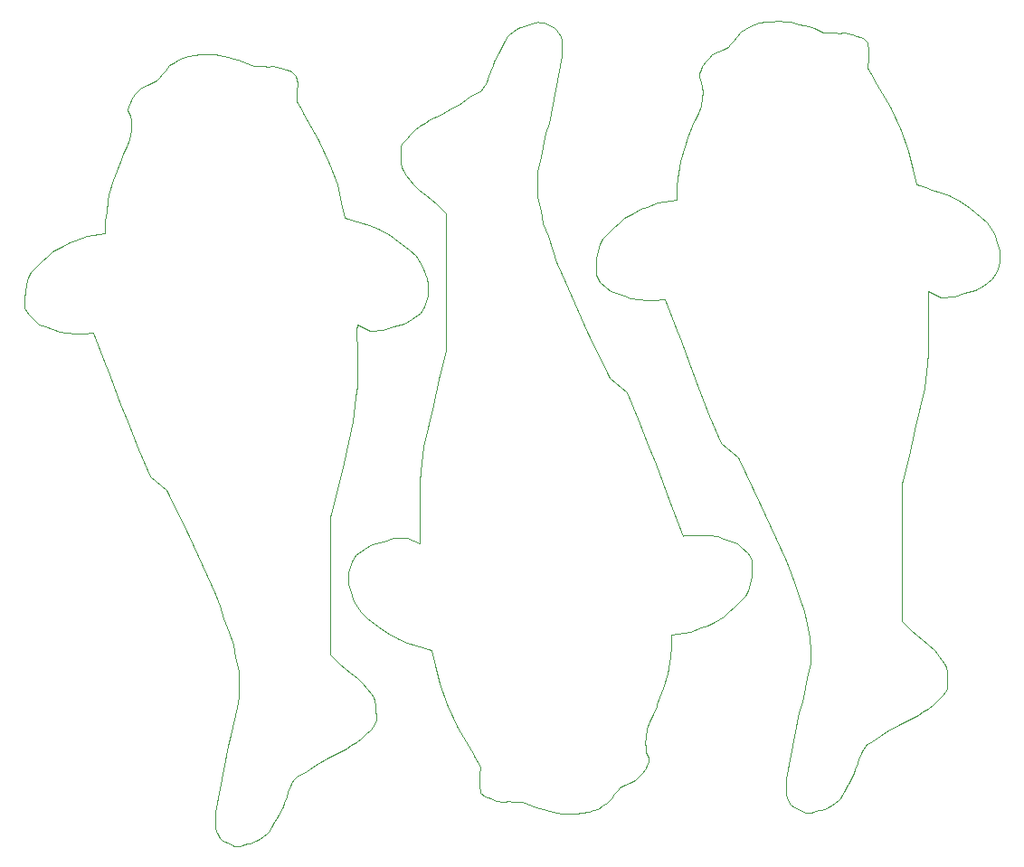
<source format=gbr>
%TF.GenerationSoftware,KiCad,Pcbnew,(5.0.2-5)-5*%
%TF.CreationDate,2022-10-07T21:03:46+07:00*%
%TF.ProjectId,gosanke,676f7361-6e6b-4652-9e6b-696361645f70,rev?*%
%TF.SameCoordinates,Original*%
%TF.FileFunction,Profile,NP*%
%FSLAX46Y46*%
G04 Gerber Fmt 4.6, Leading zero omitted, Abs format (unit mm)*
G04 Created by KiCad (PCBNEW (5.0.2-5)-5) date 2022 October 07, Friday 21:03:46*
%MOMM*%
%LPD*%
G01*
G04 APERTURE LIST*
%ADD10C,0.050000*%
G04 APERTURE END LIST*
D10*
X172180795Y-61305823D02*
X171723595Y-60213623D01*
X171723595Y-60213623D02*
X171342595Y-59045223D01*
X184601395Y-85715223D02*
X183534595Y-85766023D01*
X186734995Y-85867623D02*
X186023795Y-85791423D01*
X186023795Y-85791423D02*
X185160195Y-85715223D01*
X185160195Y-85715223D02*
X184601395Y-85715223D01*
X187369995Y-93360623D02*
X187877995Y-92903423D01*
X187877995Y-92903423D02*
X188284395Y-92547823D01*
X188284395Y-92547823D02*
X188970195Y-91836623D01*
X188970195Y-91836623D02*
X189376595Y-91455623D01*
X189376595Y-91455623D02*
X189655995Y-90947623D01*
X189655995Y-90947623D02*
X189833795Y-90338023D01*
X189833795Y-90338023D02*
X189935395Y-89576023D01*
X189935395Y-89576023D02*
X189986195Y-89068023D01*
X189986195Y-89068023D02*
X189986195Y-88077423D01*
X189986195Y-88077423D02*
X189605195Y-87417023D01*
X189605195Y-87417023D02*
X188995595Y-86883623D01*
X188995595Y-86883623D02*
X188639995Y-86553423D01*
X188639995Y-86553423D02*
X188081195Y-86350223D01*
X188081195Y-86350223D02*
X187369995Y-86121623D01*
X187369995Y-86121623D02*
X186734995Y-85867623D01*
X169183595Y-111013623D02*
X169589995Y-111166023D01*
X169589995Y-111166023D02*
X170047195Y-111343823D01*
X170047195Y-111343823D02*
X170478995Y-111445423D01*
X170478995Y-111445423D02*
X170986995Y-111547023D01*
X170986995Y-111547023D02*
X171799795Y-111750223D01*
X171799795Y-111750223D02*
X172180795Y-111801023D01*
X172180795Y-111801023D02*
X172917395Y-111826423D01*
X172917395Y-111826423D02*
X173552395Y-111801023D01*
X173552395Y-111801023D02*
X174085795Y-111750223D01*
X174085795Y-111750223D02*
X174695395Y-111648623D01*
X174695395Y-111648623D02*
X175152595Y-111521623D01*
X175152595Y-111521623D02*
X175609795Y-111369223D01*
X175609795Y-111369223D02*
X175990795Y-111064423D01*
X175990795Y-111064423D02*
X176422595Y-110810423D01*
X176422595Y-110810423D02*
X176828995Y-110353223D01*
X176828995Y-110353223D02*
X177108395Y-109997623D01*
X177108395Y-109997623D02*
X177413195Y-109667423D01*
X177413195Y-109667423D02*
X177641795Y-109413423D01*
X177641795Y-109413423D02*
X178124395Y-109159423D01*
X178124395Y-109159423D02*
X178530795Y-108956223D01*
X178530795Y-108956223D02*
X179089595Y-108676823D01*
X179089595Y-108676823D02*
X179394395Y-108397423D01*
X179394395Y-108397423D02*
X179673795Y-108092623D01*
X179673795Y-108092623D02*
X180029395Y-107635423D01*
X180029395Y-107635423D02*
X180130995Y-107279823D01*
X180130995Y-107279823D02*
X180283395Y-106975023D01*
X180283395Y-106975023D02*
X180334195Y-106568623D01*
X180334195Y-106568623D02*
X180105595Y-106111423D01*
X180105595Y-106111423D02*
X180029395Y-105628823D01*
X180029395Y-105628823D02*
X180003995Y-105146223D01*
X180003995Y-105146223D02*
X180029395Y-104689023D01*
X180029395Y-104689023D02*
X180156395Y-103901623D01*
X180156395Y-103901623D02*
X180410395Y-103215823D01*
X180410395Y-103215823D02*
X180765995Y-102530023D01*
X180765995Y-102530023D02*
X180873400Y-102285800D01*
X180873400Y-102285800D02*
X180975000Y-102031800D01*
X180975000Y-102031800D02*
X181051200Y-101752400D01*
X181051200Y-101752400D02*
X181127400Y-101574600D01*
X181121595Y-101590223D02*
X181375595Y-100904423D01*
X181375595Y-100904423D02*
X181680395Y-100091623D01*
X181680395Y-100091623D02*
X182112195Y-98720023D01*
X182112195Y-98720023D02*
X182213795Y-98161223D01*
X182213795Y-98161223D02*
X182340795Y-97119823D01*
X182340795Y-97119823D02*
X182442395Y-96256223D01*
X182442395Y-96256223D02*
X182467795Y-95570423D01*
X182467795Y-95570423D02*
X182467795Y-95214823D01*
X182467795Y-95214823D02*
X182467795Y-95087823D01*
X182467795Y-95087823D02*
X184194995Y-94808423D01*
X184194995Y-94808423D02*
X185236395Y-94402023D01*
X185236395Y-94402023D02*
X185795195Y-94224223D01*
X185795195Y-94224223D02*
X186506395Y-93843223D01*
X186506395Y-93843223D02*
X187369995Y-93360623D01*
X208463605Y-53933977D02*
X207650805Y-53629177D01*
X207650805Y-53629177D02*
X206812605Y-53375177D01*
X206812605Y-53375177D02*
X206203005Y-53197377D01*
X206203005Y-53197377D02*
X205695005Y-53019577D01*
X205695005Y-53019577D02*
X205364805Y-52917977D01*
X205364805Y-52917977D02*
X205034605Y-51444777D01*
X205034605Y-51444777D02*
X204628205Y-49793777D01*
X204628205Y-49793777D02*
X203942405Y-47863377D01*
X203942405Y-47863377D02*
X202901005Y-45602777D01*
X202901005Y-45602777D02*
X201427805Y-43088177D01*
X201427805Y-43011977D02*
X200843605Y-42021377D01*
X200843605Y-42021377D02*
X200894405Y-41157777D01*
X200894405Y-41157777D02*
X200919805Y-40294177D01*
X200919805Y-40294177D02*
X200792805Y-39582977D01*
X200792805Y-39582977D02*
X200386405Y-39227377D01*
X200386405Y-39227377D02*
X200157805Y-39100377D01*
X200157805Y-39100377D02*
X199827605Y-38998777D01*
X199827605Y-38998777D02*
X199370405Y-38820977D01*
X199370405Y-38820977D02*
X198583005Y-38719377D01*
X198583005Y-38719377D02*
X198125805Y-38744777D01*
X198125805Y-38744777D02*
X197846405Y-38668577D01*
X197846405Y-38668577D02*
X197668605Y-38719377D01*
X197668605Y-38719377D02*
X197338405Y-38719377D01*
X197338405Y-38719377D02*
X196881205Y-38719377D01*
X196881205Y-38719377D02*
X196627205Y-38643177D01*
X196627205Y-38643177D02*
X196195405Y-38414577D01*
X201427805Y-43088177D02*
X201427805Y-43011977D01*
X210927405Y-62798577D02*
X211638605Y-62392177D01*
X209886005Y-63103377D02*
X210927405Y-62798577D01*
X208920805Y-63408177D02*
X209886005Y-63103377D01*
X207701605Y-63458977D02*
X208920805Y-63408177D01*
X206507805Y-62874777D02*
X207701605Y-63458977D01*
X208153000Y-100355400D02*
X208254600Y-100101400D01*
X208254600Y-100101400D02*
X208280000Y-99999800D01*
X208280000Y-99999800D02*
X208280000Y-99745800D01*
X208280000Y-99745800D02*
X208280000Y-99466400D01*
X208280000Y-99466400D02*
X208254600Y-99161600D01*
X208254600Y-99161600D02*
X208229200Y-98577400D01*
X208229200Y-98577400D02*
X208153000Y-98145600D01*
X208153000Y-98145600D02*
X208026000Y-97815400D01*
X208026000Y-97815400D02*
X207772000Y-97409000D01*
X211994205Y-56448577D02*
X211359205Y-55915177D01*
X211359205Y-55915177D02*
X210368605Y-55127777D01*
X210368605Y-55127777D02*
X209555805Y-54543577D01*
X209555805Y-54543577D02*
X208438205Y-53933977D01*
X196982805Y-111287177D02*
X197059005Y-111261777D01*
X197059005Y-111261777D02*
X197389205Y-111058577D01*
X197389205Y-111058577D02*
X198075005Y-110575977D01*
X198075005Y-110575977D02*
X198252805Y-110372777D01*
X198252805Y-110372777D02*
X198481405Y-110017177D01*
X198481405Y-110017177D02*
X198608405Y-109788577D01*
X198608405Y-109788577D02*
X198760805Y-109458377D01*
X198760805Y-109458377D02*
X198964005Y-109153577D01*
X198964005Y-109153577D02*
X199065605Y-109001177D01*
X199065605Y-109001177D02*
X199548205Y-108061377D01*
X199548205Y-108061377D02*
X199649805Y-107705777D01*
X199649805Y-107705777D02*
X199903805Y-107096177D01*
X199903805Y-107096177D02*
X200005405Y-106664377D01*
X200005405Y-106664377D02*
X200132405Y-106435777D01*
X200132405Y-106435777D02*
X200234005Y-106130977D01*
X200234005Y-106130977D02*
X200386405Y-105800777D01*
X200386405Y-105800777D02*
X200640405Y-105470577D01*
X200640405Y-105470577D02*
X200742005Y-105343577D01*
X200742005Y-105343577D02*
X200945205Y-105191177D01*
X200945205Y-105191177D02*
X201529405Y-104886377D01*
X201529405Y-104886377D02*
X202037405Y-104530777D01*
X202037405Y-104530777D02*
X202621605Y-104149777D01*
X202621605Y-104149777D02*
X203840805Y-103489377D01*
X203840805Y-103489377D02*
X204501205Y-103082977D01*
X204501205Y-103082977D02*
X205517205Y-102625777D01*
X205517205Y-102625777D02*
X205974405Y-102270177D01*
X205974405Y-102270177D02*
X206457005Y-102041577D01*
X206457005Y-102041577D02*
X206965005Y-101609777D01*
X206965005Y-101609777D02*
X207295205Y-101279577D01*
X207295205Y-101279577D02*
X207777805Y-100796977D01*
X207777805Y-100796977D02*
X208158805Y-100339777D01*
X207772000Y-97409000D02*
X207060800Y-96494600D01*
X207060800Y-96494600D02*
X206527400Y-96012000D01*
X206527400Y-96012000D02*
X205892400Y-95478600D01*
X205892400Y-95478600D02*
X204952600Y-94767400D01*
X204952600Y-94767400D02*
X204012800Y-93776800D01*
X204012800Y-93776800D02*
X204012800Y-80924400D01*
X204012800Y-80924400D02*
X204704405Y-78292577D01*
X204704405Y-78292577D02*
X205237805Y-75828777D01*
X205237805Y-75828777D02*
X206126805Y-71967977D01*
X206126805Y-71967977D02*
X206380805Y-69656577D01*
X206380805Y-69656577D02*
X206507805Y-68665977D01*
X206507805Y-68665977D02*
X206507805Y-67599177D01*
X206507805Y-67599177D02*
X206507805Y-65414777D01*
X206507805Y-65414777D02*
X206457005Y-63408177D01*
X206457005Y-63408177D02*
X206507805Y-62874777D01*
X211638605Y-62417577D02*
X212451405Y-61833377D01*
X212451405Y-61833377D02*
X212807005Y-61223777D01*
X212807005Y-61223777D02*
X212984805Y-60741177D01*
X212984805Y-60741177D02*
X213162605Y-60207777D01*
X213162605Y-60207777D02*
X213162605Y-59064777D01*
X213162605Y-59064777D02*
X213010205Y-58607577D01*
X213010205Y-58607577D02*
X212629205Y-57489977D01*
X212629205Y-57489977D02*
X211994205Y-56448577D01*
X194036405Y-90382977D02*
X194468205Y-91703777D01*
X194468205Y-91703777D02*
X194925405Y-92897577D01*
X194925405Y-92897577D02*
X195128605Y-94040577D01*
X195128605Y-94040577D02*
X195433405Y-95335977D01*
X195433405Y-95335977D02*
X195458805Y-96605977D01*
X195458805Y-96605977D02*
X195458805Y-97774377D01*
X195458805Y-97774377D02*
X195255605Y-98714177D01*
X195255605Y-98714177D02*
X194696805Y-101355777D01*
X194696805Y-101355777D02*
X194392005Y-102320977D01*
X194392005Y-102320977D02*
X193198205Y-108543977D01*
X193198205Y-108543977D02*
X193198205Y-110067977D01*
X193198205Y-110067977D02*
X193376005Y-110550577D01*
X193376005Y-110525177D02*
X193655405Y-110982377D01*
X193655405Y-110982377D02*
X193934805Y-111236377D01*
X193934805Y-111236377D02*
X194569805Y-111515777D01*
X194569805Y-111515777D02*
X194823805Y-111668177D01*
X194823805Y-111668177D02*
X195052405Y-111718977D01*
X195052405Y-111718977D02*
X195230205Y-111718977D01*
X195230205Y-111718977D02*
X195433405Y-111744377D01*
X195433405Y-111744377D02*
X195560405Y-111718977D01*
X195560405Y-111718977D02*
X195763605Y-111668177D01*
X195763605Y-111668177D02*
X195966805Y-111591977D01*
X195966805Y-111591977D02*
X196271605Y-111515777D01*
X196271605Y-111515777D02*
X196525605Y-111464977D01*
X196525605Y-111464977D02*
X196982805Y-111287177D01*
X181838600Y-63627000D02*
X183108600Y-66929000D01*
X183108600Y-66903600D02*
X184353200Y-70332600D01*
X184353200Y-70332600D02*
X185013600Y-71932800D01*
X185013600Y-71932800D02*
X186029600Y-74599800D01*
X186029600Y-74574400D02*
X187121800Y-77089000D01*
X187121800Y-77089000D02*
X188671200Y-78435200D01*
X188671200Y-78435200D02*
X190779400Y-82753200D01*
X190779400Y-82753200D02*
X193198205Y-88122377D01*
X193198205Y-88122377D02*
X193655405Y-89214577D01*
X193655405Y-89214577D02*
X194036405Y-90382977D01*
X180777605Y-63712977D02*
X181844405Y-63662177D01*
X178644005Y-63560577D02*
X179355205Y-63636777D01*
X179355205Y-63636777D02*
X180218805Y-63712977D01*
X180218805Y-63712977D02*
X180777605Y-63712977D01*
X178009005Y-56067577D02*
X177501005Y-56524777D01*
X177501005Y-56524777D02*
X177094605Y-56880377D01*
X177094605Y-56880377D02*
X176408805Y-57591577D01*
X176408805Y-57591577D02*
X176002405Y-57972577D01*
X176002405Y-57972577D02*
X175723005Y-58480577D01*
X175723005Y-58480577D02*
X175545205Y-59090177D01*
X175545205Y-59090177D02*
X175443605Y-59852177D01*
X175443605Y-59852177D02*
X175392805Y-60360177D01*
X175392805Y-60360177D02*
X175392805Y-61350777D01*
X175392805Y-61350777D02*
X175773805Y-62011177D01*
X175773805Y-62011177D02*
X176383405Y-62544577D01*
X176383405Y-62544577D02*
X176739005Y-62874777D01*
X176739005Y-62874777D02*
X177297805Y-63077977D01*
X177297805Y-63077977D02*
X178009005Y-63306577D01*
X178009005Y-63306577D02*
X178644005Y-63560577D01*
X196195405Y-38414577D02*
X195789005Y-38262177D01*
X195789005Y-38262177D02*
X195331805Y-38084377D01*
X195331805Y-38084377D02*
X194900005Y-37982777D01*
X194900005Y-37982777D02*
X194392005Y-37881177D01*
X194392005Y-37881177D02*
X193579205Y-37677977D01*
X193579205Y-37677977D02*
X193198205Y-37627177D01*
X193198205Y-37627177D02*
X192461605Y-37601777D01*
X192461605Y-37601777D02*
X191826605Y-37627177D01*
X191826605Y-37627177D02*
X191293205Y-37677977D01*
X191293205Y-37677977D02*
X190683605Y-37779577D01*
X190683605Y-37779577D02*
X190226405Y-37906577D01*
X190226405Y-37906577D02*
X189769205Y-38058977D01*
X189769205Y-38058977D02*
X189388205Y-38363777D01*
X189388205Y-38363777D02*
X188956405Y-38617777D01*
X188956405Y-38617777D02*
X188550005Y-39074977D01*
X188550005Y-39074977D02*
X188270605Y-39430577D01*
X188270605Y-39430577D02*
X187965805Y-39760777D01*
X187965805Y-39760777D02*
X187737205Y-40014777D01*
X187737205Y-40014777D02*
X187254605Y-40268777D01*
X187254605Y-40268777D02*
X186848205Y-40471977D01*
X186848205Y-40471977D02*
X186289405Y-40751377D01*
X186289405Y-40751377D02*
X185984605Y-41030777D01*
X185984605Y-41030777D02*
X185705205Y-41335577D01*
X185705205Y-41335577D02*
X185349605Y-41792777D01*
X185349605Y-41792777D02*
X185248005Y-42148377D01*
X185248005Y-42148377D02*
X185095605Y-42453177D01*
X185095605Y-42453177D02*
X185044805Y-42859577D01*
X185044805Y-42859577D02*
X185273405Y-43316777D01*
X185273405Y-43316777D02*
X185349605Y-43799377D01*
X185349605Y-43799377D02*
X185375005Y-44281977D01*
X185375005Y-44281977D02*
X185349605Y-44739177D01*
X185349605Y-44739177D02*
X185222605Y-45526577D01*
X185222605Y-45526577D02*
X184968605Y-46212377D01*
X184968605Y-46212377D02*
X184613005Y-46898177D01*
X184613005Y-46898177D02*
X184505600Y-47142400D01*
X184505600Y-47142400D02*
X184404000Y-47396400D01*
X184404000Y-47396400D02*
X184327800Y-47675800D01*
X184327800Y-47675800D02*
X184251600Y-47853600D01*
X184257405Y-47837977D02*
X184003405Y-48523777D01*
X184003405Y-48523777D02*
X183698605Y-49336577D01*
X183698605Y-49336577D02*
X183266805Y-50708177D01*
X183266805Y-50708177D02*
X183165205Y-51266977D01*
X183165205Y-51266977D02*
X183038205Y-52308377D01*
X183038205Y-52308377D02*
X182936605Y-53171977D01*
X182936605Y-53171977D02*
X182911205Y-53857777D01*
X182911205Y-53857777D02*
X182911205Y-54213377D01*
X182911205Y-54213377D02*
X182911205Y-54340377D01*
X182911205Y-54340377D02*
X181184005Y-54619777D01*
X181184005Y-54619777D02*
X180142605Y-55026177D01*
X180142605Y-55026177D02*
X179583805Y-55203977D01*
X179583805Y-55203977D02*
X178872605Y-55584977D01*
X178872605Y-55584977D02*
X178009005Y-56067577D01*
X160014195Y-96510223D02*
X160344395Y-97983423D01*
X160344395Y-97983423D02*
X160750795Y-99634423D01*
X160750795Y-99634423D02*
X161436595Y-101564823D01*
X161436595Y-101564823D02*
X162477995Y-103825423D01*
X162477995Y-103825423D02*
X163951195Y-106340023D01*
X163951195Y-106416223D02*
X164535395Y-107406823D01*
X164535395Y-107406823D02*
X164484595Y-108270423D01*
X164484595Y-108270423D02*
X164459195Y-109134023D01*
X164459195Y-109134023D02*
X164586195Y-109845223D01*
X164586195Y-109845223D02*
X164992595Y-110200823D01*
X164992595Y-110200823D02*
X165221195Y-110327823D01*
X165221195Y-110327823D02*
X165551395Y-110429423D01*
X165551395Y-110429423D02*
X166008595Y-110607223D01*
X166008595Y-110607223D02*
X166795995Y-110708823D01*
X166795995Y-110708823D02*
X167253195Y-110683423D01*
X167253195Y-110683423D02*
X167532595Y-110759623D01*
X167532595Y-110759623D02*
X167710395Y-110708823D01*
X167710395Y-110708823D02*
X168040595Y-110708823D01*
X168040595Y-110708823D02*
X168497795Y-110708823D01*
X168497795Y-110708823D02*
X168751795Y-110785023D01*
X168751795Y-110785023D02*
X169183595Y-111013623D01*
X163951195Y-106340023D02*
X163951195Y-106416223D01*
X168396195Y-38141023D02*
X168319995Y-38166423D01*
X168319995Y-38166423D02*
X167989795Y-38369623D01*
X167989795Y-38369623D02*
X167303995Y-38852223D01*
X167303995Y-38852223D02*
X167126195Y-39055423D01*
X167126195Y-39055423D02*
X166897595Y-39411023D01*
X166897595Y-39411023D02*
X166770595Y-39639623D01*
X166770595Y-39639623D02*
X166618195Y-39969823D01*
X166618195Y-39969823D02*
X166414995Y-40274623D01*
X166414995Y-40274623D02*
X166313395Y-40427023D01*
X166313395Y-40427023D02*
X165830795Y-41366823D01*
X165830795Y-41366823D02*
X165729195Y-41722423D01*
X165729195Y-41722423D02*
X165475195Y-42332023D01*
X165475195Y-42332023D02*
X165373595Y-42763823D01*
X165373595Y-42763823D02*
X165246595Y-42992423D01*
X165246595Y-42992423D02*
X165144995Y-43297223D01*
X165144995Y-43297223D02*
X164992595Y-43627423D01*
X164992595Y-43627423D02*
X164738595Y-43957623D01*
X164738595Y-43957623D02*
X164636995Y-44084623D01*
X164636995Y-44084623D02*
X164433795Y-44237023D01*
X164433795Y-44237023D02*
X163849595Y-44541823D01*
X163849595Y-44541823D02*
X163341595Y-44897423D01*
X163341595Y-44897423D02*
X162757395Y-45278423D01*
X162757395Y-45278423D02*
X161538195Y-45938823D01*
X161538195Y-45938823D02*
X160877795Y-46345223D01*
X160877795Y-46345223D02*
X159861795Y-46802423D01*
X159486600Y-53949600D02*
X160426400Y-54660800D01*
X160426400Y-54660800D02*
X161366200Y-55651400D01*
X161366200Y-55651400D02*
X161366200Y-68503800D01*
X161366200Y-68503800D02*
X160674595Y-71135623D01*
X160674595Y-71135623D02*
X160141195Y-73599423D01*
X171342595Y-59045223D02*
X170910795Y-57724423D01*
X170910795Y-57724423D02*
X170453595Y-56530623D01*
X170453595Y-56530623D02*
X170250395Y-55387623D01*
X170250395Y-55387623D02*
X169945595Y-54092223D01*
X169945595Y-54092223D02*
X169920195Y-52822223D01*
X169920195Y-52822223D02*
X169920195Y-51653823D01*
X169920195Y-51653823D02*
X170123395Y-50714023D01*
X170123395Y-50714023D02*
X170682195Y-48072423D01*
X170682195Y-48072423D02*
X170986995Y-47107223D01*
X170986995Y-47107223D02*
X172180795Y-40884223D01*
X172180795Y-40884223D02*
X172180795Y-39360223D01*
X172180795Y-39360223D02*
X172002995Y-38877623D01*
X172002995Y-38903023D02*
X171723595Y-38445823D01*
X171723595Y-38445823D02*
X171444195Y-38191823D01*
X171444195Y-38191823D02*
X170809195Y-37912423D01*
X170809195Y-37912423D02*
X170555195Y-37760023D01*
X170555195Y-37760023D02*
X170326595Y-37709223D01*
X170326595Y-37709223D02*
X170148795Y-37709223D01*
X170148795Y-37709223D02*
X169945595Y-37683823D01*
X169945595Y-37683823D02*
X169818595Y-37709223D01*
X169818595Y-37709223D02*
X169615395Y-37760023D01*
X169615395Y-37760023D02*
X169412195Y-37836223D01*
X169412195Y-37836223D02*
X169107395Y-37912423D01*
X169107395Y-37912423D02*
X168853395Y-37963223D01*
X168853395Y-37963223D02*
X168396195Y-38141023D01*
X183540400Y-85801200D02*
X182270400Y-82499200D01*
X182270400Y-82524600D02*
X181025800Y-79095600D01*
X181025800Y-79095600D02*
X180365400Y-77495400D01*
X180365400Y-77495400D02*
X179349400Y-74828400D01*
X179349400Y-74853800D02*
X178257200Y-72339200D01*
X178257200Y-72339200D02*
X176707800Y-70993000D01*
X176707800Y-70993000D02*
X174599600Y-66675000D01*
X174599600Y-66675000D02*
X172180795Y-61305823D01*
X156915395Y-95494223D02*
X157728195Y-95799023D01*
X157728195Y-95799023D02*
X158566395Y-96053023D01*
X158566395Y-96053023D02*
X159175995Y-96230823D01*
X159175995Y-96230823D02*
X159683995Y-96408623D01*
X155492995Y-86324823D02*
X154451595Y-86629623D01*
X156458195Y-86020023D02*
X155492995Y-86324823D01*
X157677395Y-85969223D02*
X156458195Y-86020023D01*
X158871195Y-86553423D02*
X157677395Y-85969223D01*
X155010395Y-94300423D02*
X155823195Y-94884623D01*
X155823195Y-94884623D02*
X156940795Y-95494223D01*
X160141195Y-73599423D02*
X159252195Y-77460223D01*
X159252195Y-77460223D02*
X158998195Y-79771623D01*
X158998195Y-79771623D02*
X158871195Y-80762223D01*
X158871195Y-80762223D02*
X158871195Y-81829023D01*
X158871195Y-81829023D02*
X158871195Y-84013423D01*
X158871195Y-84013423D02*
X158921995Y-86020023D01*
X158921995Y-86020023D02*
X158871195Y-86553423D01*
X159683995Y-96408623D02*
X160014195Y-96510223D01*
X154451595Y-86629623D02*
X153740395Y-87036023D01*
X153384795Y-92979623D02*
X154019795Y-93513023D01*
X154019795Y-93513023D02*
X155010395Y-94300423D01*
X153740395Y-87010623D02*
X152927595Y-87594823D01*
X152927595Y-87594823D02*
X152571995Y-88204423D01*
X152571995Y-88204423D02*
X152394195Y-88687023D01*
X152394195Y-88687023D02*
X152216395Y-89220423D01*
X152216395Y-89220423D02*
X152216395Y-90363423D01*
X152216395Y-90363423D02*
X152368795Y-90820623D01*
X152368795Y-90820623D02*
X152749795Y-91938223D01*
X152749795Y-91938223D02*
X153384795Y-92979623D01*
X157226000Y-49072800D02*
X157124400Y-49326800D01*
X157124400Y-49326800D02*
X157099000Y-49428400D01*
X157099000Y-49428400D02*
X157099000Y-49682400D01*
X157099000Y-49682400D02*
X157099000Y-49961800D01*
X157099000Y-49961800D02*
X157124400Y-50266600D01*
X157124400Y-50266600D02*
X157149800Y-50850800D01*
X157149800Y-50850800D02*
X157226000Y-51282600D01*
X157226000Y-51282600D02*
X157353000Y-51612800D01*
X157353000Y-51612800D02*
X157607000Y-52019200D01*
X159861795Y-46802423D02*
X159404595Y-47158023D01*
X159404595Y-47158023D02*
X158921995Y-47386623D01*
X158921995Y-47386623D02*
X158413995Y-47818423D01*
X158413995Y-47818423D02*
X158083795Y-48148623D01*
X158083795Y-48148623D02*
X157601195Y-48631223D01*
X157601195Y-48631223D02*
X157220195Y-49088423D01*
X157607000Y-52019200D02*
X158318200Y-52933600D01*
X158318200Y-52933600D02*
X158851600Y-53416200D01*
X158851600Y-53416200D02*
X159486600Y-53949600D01*
X125405605Y-58709177D02*
X124542005Y-59191777D01*
X126116805Y-58328177D02*
X125405605Y-58709177D01*
X126675605Y-58150377D02*
X126116805Y-58328177D01*
X127717005Y-57743977D02*
X126675605Y-58150377D01*
X129444205Y-57464577D02*
X127717005Y-57743977D01*
X129444205Y-57337577D02*
X129444205Y-57464577D01*
X129444205Y-56981977D02*
X129444205Y-57337577D01*
X129469605Y-56296177D02*
X129444205Y-56981977D01*
X129571205Y-55432577D02*
X129469605Y-56296177D01*
X129698205Y-54391177D02*
X129571205Y-55432577D01*
X129799805Y-53832377D02*
X129698205Y-54391177D01*
X130231605Y-52460777D02*
X129799805Y-53832377D01*
X130536405Y-51647977D02*
X130231605Y-52460777D01*
X130790405Y-50962177D02*
X130536405Y-51647977D01*
X130860800Y-50800000D02*
X130784600Y-50977800D01*
X130937000Y-50520600D02*
X130860800Y-50800000D01*
X131038600Y-50266600D02*
X130937000Y-50520600D01*
X131146005Y-50022377D02*
X131038600Y-50266600D01*
X131501605Y-49336577D02*
X131146005Y-50022377D01*
X131755605Y-48650777D02*
X131501605Y-49336577D01*
X131882605Y-47863377D02*
X131755605Y-48650777D01*
X131908005Y-47406177D02*
X131882605Y-47863377D01*
X131882605Y-46923577D02*
X131908005Y-47406177D01*
X131806405Y-46440977D02*
X131882605Y-46923577D01*
X131577805Y-45983777D02*
X131806405Y-46440977D01*
X131628605Y-45577377D02*
X131577805Y-45983777D01*
X131781005Y-45272577D02*
X131628605Y-45577377D01*
X131882605Y-44916977D02*
X131781005Y-45272577D01*
X132238205Y-44459777D02*
X131882605Y-44916977D01*
X132517605Y-44154977D02*
X132238205Y-44459777D01*
X132822405Y-43875577D02*
X132517605Y-44154977D01*
X133381205Y-43596177D02*
X132822405Y-43875577D01*
X133787605Y-43392977D02*
X133381205Y-43596177D01*
X134270205Y-43138977D02*
X133787605Y-43392977D01*
X134498805Y-42884977D02*
X134270205Y-43138977D01*
X134803605Y-42554777D02*
X134498805Y-42884977D01*
X135083005Y-42199177D02*
X134803605Y-42554777D01*
X135489405Y-41741977D02*
X135083005Y-42199177D01*
X135921205Y-41487977D02*
X135489405Y-41741977D01*
X136302205Y-41183177D02*
X135921205Y-41487977D01*
X136759405Y-41030777D02*
X136302205Y-41183177D01*
X137216605Y-40903777D02*
X136759405Y-41030777D01*
X137826205Y-40802177D02*
X137216605Y-40903777D01*
X138359605Y-40751377D02*
X137826205Y-40802177D01*
X138994605Y-40725977D02*
X138359605Y-40751377D01*
X139731205Y-40751377D02*
X138994605Y-40725977D01*
X140112205Y-40802177D02*
X139731205Y-40751377D01*
X140925005Y-41005377D02*
X140112205Y-40802177D01*
X141433005Y-41106977D02*
X140925005Y-41005377D01*
X141864805Y-41208577D02*
X141433005Y-41106977D01*
X142322005Y-41386377D02*
X141864805Y-41208577D01*
X142728405Y-41538777D02*
X142322005Y-41386377D01*
X124542005Y-66430777D02*
X125177005Y-66684777D01*
X123830805Y-66202177D02*
X124542005Y-66430777D01*
X123272005Y-65998977D02*
X123830805Y-66202177D01*
X122916405Y-65668777D02*
X123272005Y-65998977D01*
X122306805Y-65135377D02*
X122916405Y-65668777D01*
X121925805Y-64474977D02*
X122306805Y-65135377D01*
X121925805Y-63484377D02*
X121925805Y-64474977D01*
X121976605Y-62976377D02*
X121925805Y-63484377D01*
X122078205Y-62214377D02*
X121976605Y-62976377D01*
X122256005Y-61604777D02*
X122078205Y-62214377D01*
X122535405Y-61096777D02*
X122256005Y-61604777D01*
X122941805Y-60715777D02*
X122535405Y-61096777D01*
X123627605Y-60004577D02*
X122941805Y-60715777D01*
X124034005Y-59648977D02*
X123627605Y-60004577D01*
X124542005Y-59191777D02*
X124034005Y-59648977D01*
X126751805Y-66837177D02*
X127310605Y-66837177D01*
X125888205Y-66760977D02*
X126751805Y-66837177D01*
X125177005Y-66684777D02*
X125888205Y-66760977D01*
X127310605Y-66837177D02*
X128377405Y-66786377D01*
X140188405Y-92338777D02*
X140569405Y-93507177D01*
X139731205Y-91246577D02*
X140188405Y-92338777D01*
X137312400Y-85877400D02*
X139731205Y-91246577D01*
X135204200Y-81559400D02*
X137312400Y-85877400D01*
X133654800Y-80213200D02*
X135204200Y-81559400D01*
X132562600Y-77698600D02*
X133654800Y-80213200D01*
X131546600Y-75057000D02*
X132562600Y-77724000D01*
X130886200Y-73456800D02*
X131546600Y-75057000D01*
X129641600Y-70027800D02*
X130886200Y-73456800D01*
X128371600Y-66751200D02*
X129641600Y-70053200D01*
X143058605Y-114589177D02*
X143515805Y-114411377D01*
X142804605Y-114639977D02*
X143058605Y-114589177D01*
X142499805Y-114716177D02*
X142804605Y-114639977D01*
X142296605Y-114792377D02*
X142499805Y-114716177D01*
X142093405Y-114843177D02*
X142296605Y-114792377D01*
X141966405Y-114868577D02*
X142093405Y-114843177D01*
X141763205Y-114843177D02*
X141966405Y-114868577D01*
X141585405Y-114843177D02*
X141763205Y-114843177D01*
X141356805Y-114792377D02*
X141585405Y-114843177D01*
X141102805Y-114639977D02*
X141356805Y-114792377D01*
X140467805Y-114360577D02*
X141102805Y-114639977D01*
X140188405Y-114106577D02*
X140467805Y-114360577D01*
X139909005Y-113649377D02*
X140188405Y-114106577D01*
X139731205Y-113192177D02*
X139909005Y-113674777D01*
X139731205Y-111668177D02*
X139731205Y-113192177D01*
X140925005Y-105445177D02*
X139731205Y-111668177D01*
X141229805Y-104479977D02*
X140925005Y-105445177D01*
X141788605Y-101838377D02*
X141229805Y-104479977D01*
X141991805Y-100898577D02*
X141788605Y-101838377D01*
X141991805Y-99730177D02*
X141991805Y-100898577D01*
X141966405Y-98460177D02*
X141991805Y-99730177D01*
X141661605Y-97164777D02*
X141966405Y-98460177D01*
X141458405Y-96021777D02*
X141661605Y-97164777D01*
X141001205Y-94827977D02*
X141458405Y-96021777D01*
X140569405Y-93507177D02*
X141001205Y-94827977D01*
X159162205Y-60614177D02*
X158527205Y-59572777D01*
X159543205Y-61731777D02*
X159162205Y-60614177D01*
X159695605Y-62188977D02*
X159543205Y-61731777D01*
X159695605Y-63331977D02*
X159695605Y-62188977D01*
X159517805Y-63865377D02*
X159695605Y-63331977D01*
X159340005Y-64347977D02*
X159517805Y-63865377D01*
X158984405Y-64957577D02*
X159340005Y-64347977D01*
X158171605Y-65541777D02*
X158984405Y-64957577D01*
X152990005Y-66532377D02*
X153040805Y-65998977D01*
X153040805Y-68538977D02*
X152990005Y-66532377D01*
X153040805Y-70723377D02*
X153040805Y-68538977D01*
X153040805Y-71790177D02*
X153040805Y-70723377D01*
X152913805Y-72780777D02*
X153040805Y-71790177D01*
X152659805Y-75092177D02*
X152913805Y-72780777D01*
X151770805Y-78952977D02*
X152659805Y-75092177D01*
X151237405Y-81416777D02*
X151770805Y-78952977D01*
X150545800Y-84048600D02*
X151237405Y-81416777D01*
X150545800Y-96901000D02*
X150545800Y-84048600D01*
X151485600Y-97891600D02*
X150545800Y-96901000D01*
X152425400Y-98602800D02*
X151485600Y-97891600D01*
X153060400Y-99136200D02*
X152425400Y-98602800D01*
X153593800Y-99618800D02*
X153060400Y-99136200D01*
X154305000Y-100533200D02*
X153593800Y-99618800D01*
X154310805Y-103921177D02*
X154691805Y-103463977D01*
X153828205Y-104403777D02*
X154310805Y-103921177D01*
X153498005Y-104733977D02*
X153828205Y-104403777D01*
X152990005Y-105165777D02*
X153498005Y-104733977D01*
X152507405Y-105394377D02*
X152990005Y-105165777D01*
X152050205Y-105749977D02*
X152507405Y-105394377D01*
X151034205Y-106207177D02*
X152050205Y-105749977D01*
X150373805Y-106613577D02*
X151034205Y-106207177D01*
X149154605Y-107273977D02*
X150373805Y-106613577D01*
X148570405Y-107654977D02*
X149154605Y-107273977D01*
X148062405Y-108010577D02*
X148570405Y-107654977D01*
X147478205Y-108315377D02*
X148062405Y-108010577D01*
X147275005Y-108467777D02*
X147478205Y-108315377D01*
X147173405Y-108594777D02*
X147275005Y-108467777D01*
X146919405Y-108924977D02*
X147173405Y-108594777D01*
X146767005Y-109255177D02*
X146919405Y-108924977D01*
X146665405Y-109559977D02*
X146767005Y-109255177D01*
X146538405Y-109788577D02*
X146665405Y-109559977D01*
X146436805Y-110220377D02*
X146538405Y-109788577D01*
X146182805Y-110829977D02*
X146436805Y-110220377D01*
X146081205Y-111185577D02*
X146182805Y-110829977D01*
X145598605Y-112125377D02*
X146081205Y-111185577D01*
X145497005Y-112277777D02*
X145598605Y-112125377D01*
X145293805Y-112582577D02*
X145497005Y-112277777D01*
X145141405Y-112912777D02*
X145293805Y-112582577D01*
X145014405Y-113141377D02*
X145141405Y-112912777D01*
X144785805Y-113496977D02*
X145014405Y-113141377D01*
X144608005Y-113700177D02*
X144785805Y-113496977D01*
X143922205Y-114182777D02*
X144608005Y-113700177D01*
X143592005Y-114385977D02*
X143922205Y-114182777D01*
X143515805Y-114411377D02*
X143592005Y-114385977D01*
X156088805Y-57667777D02*
X154971205Y-57058177D01*
X156901605Y-58251977D02*
X156088805Y-57667777D01*
X157892205Y-59039377D02*
X156901605Y-58251977D01*
X158527205Y-59572777D02*
X157892205Y-59039377D01*
X154559000Y-100939600D02*
X154305000Y-100533200D01*
X154686000Y-101269800D02*
X154559000Y-100939600D01*
X154762200Y-101701600D02*
X154686000Y-101269800D01*
X154787600Y-102285800D02*
X154762200Y-101701600D01*
X154813000Y-102590600D02*
X154787600Y-102285800D01*
X154813000Y-102870000D02*
X154813000Y-102590600D01*
X154813000Y-103124000D02*
X154813000Y-102870000D01*
X154787600Y-103225600D02*
X154813000Y-103124000D01*
X154686000Y-103479600D02*
X154787600Y-103225600D01*
X153040805Y-65998977D02*
X154234605Y-66583177D01*
X154234605Y-66583177D02*
X155453805Y-66532377D01*
X155453805Y-66532377D02*
X156419005Y-66227577D01*
X156419005Y-66227577D02*
X157460405Y-65922777D01*
X157460405Y-65922777D02*
X158171605Y-65516377D01*
X147960805Y-46212377D02*
X147960805Y-46136177D01*
X143160205Y-41767377D02*
X142728405Y-41538777D01*
X143414205Y-41843577D02*
X143160205Y-41767377D01*
X143871405Y-41843577D02*
X143414205Y-41843577D01*
X144201605Y-41843577D02*
X143871405Y-41843577D01*
X144379405Y-41792777D02*
X144201605Y-41843577D01*
X144658805Y-41868977D02*
X144379405Y-41792777D01*
X145116005Y-41843577D02*
X144658805Y-41868977D01*
X145903405Y-41945177D02*
X145116005Y-41843577D01*
X146360605Y-42122977D02*
X145903405Y-41945177D01*
X146690805Y-42224577D02*
X146360605Y-42122977D01*
X146919405Y-42351577D02*
X146690805Y-42224577D01*
X147325805Y-42707177D02*
X146919405Y-42351577D01*
X147452805Y-43418377D02*
X147325805Y-42707177D01*
X147427405Y-44281977D02*
X147452805Y-43418377D01*
X147376605Y-45145577D02*
X147427405Y-44281977D01*
X147960805Y-46136177D02*
X147376605Y-45145577D01*
X149434005Y-48726977D02*
X147960805Y-46212377D01*
X150475405Y-50987577D02*
X149434005Y-48726977D01*
X151161205Y-52917977D02*
X150475405Y-50987577D01*
X151567605Y-54568977D02*
X151161205Y-52917977D01*
X151897805Y-56042177D02*
X151567605Y-54568977D01*
X152228005Y-56143777D02*
X151897805Y-56042177D01*
X152736005Y-56321577D02*
X152228005Y-56143777D01*
X153345605Y-56499377D02*
X152736005Y-56321577D01*
X154183805Y-56753377D02*
X153345605Y-56499377D01*
X154996605Y-57058177D02*
X154183805Y-56753377D01*
M02*

</source>
